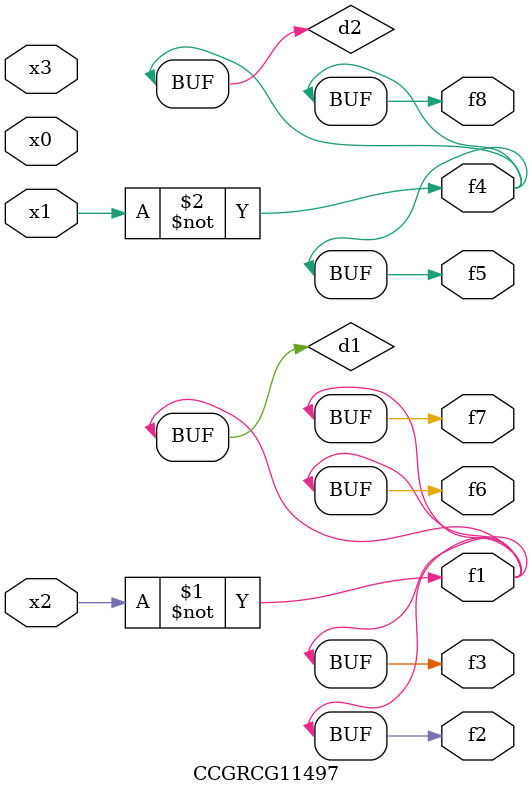
<source format=v>
module CCGRCG11497(
	input x0, x1, x2, x3,
	output f1, f2, f3, f4, f5, f6, f7, f8
);

	wire d1, d2;

	xnor (d1, x2);
	not (d2, x1);
	assign f1 = d1;
	assign f2 = d1;
	assign f3 = d1;
	assign f4 = d2;
	assign f5 = d2;
	assign f6 = d1;
	assign f7 = d1;
	assign f8 = d2;
endmodule

</source>
